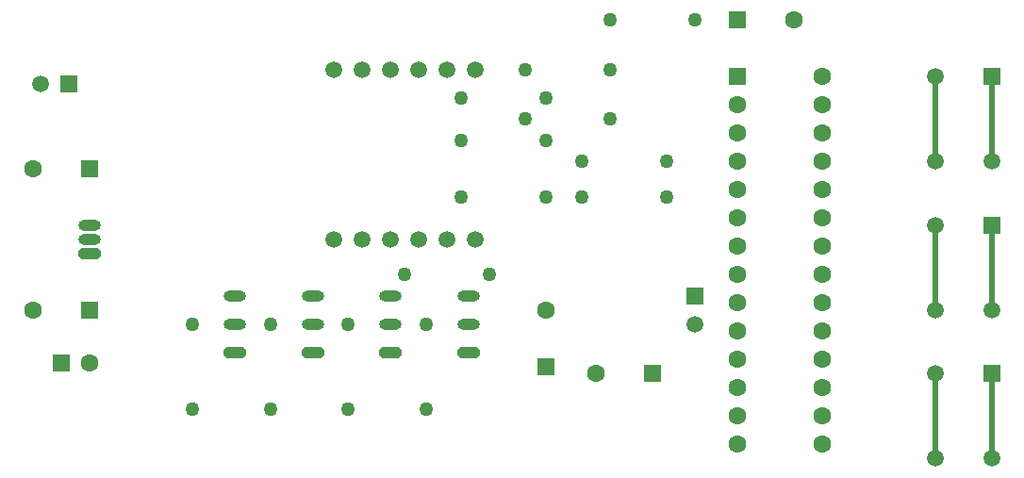
<source format=gbr>
G04 DipTrace 3.3.1.3*
G04 Top.gbr*
%MOIN*%
G04 #@! TF.FileFunction,Copper,L1,Top*
G04 #@! TF.Part,Single*
%AMOUTLINE6*
4,1,8,
-0.029528,0.019685,
-0.03937,0.009843,
-0.03937,-0.009843,
-0.029528,-0.019685,
0.029528,-0.019685,
0.03937,-0.009843,
0.03937,0.009843,
0.029528,0.019685,
-0.029528,0.019685,
0*%
G04 #@! TA.AperFunction,Conductor*
%ADD13C,0.019685*%
G04 #@! TA.AperFunction,ComponentPad*
%ADD17C,0.062992*%
%ADD18R,0.062992X0.062992*%
%ADD19R,0.059055X0.059055*%
%ADD20C,0.059055*%
%ADD21O,0.07874X0.03937*%
%ADD22C,0.05*%
%ADD23C,0.05*%
%ADD54OUTLINE6*%
%FSLAX26Y26*%
G04*
G70*
G90*
G75*
G01*
G04 Top*
%LPD*%
X3943701Y581201D2*
D13*
Y881201D1*
Y1106201D2*
Y1406201D1*
Y1631201D2*
Y1931201D1*
X3743701Y881201D2*
Y581201D1*
Y1406201D2*
Y1106201D1*
Y1631201D2*
Y1931201D1*
D17*
X2368701Y1106201D3*
D18*
Y906201D3*
D17*
X2543701Y881201D3*
D18*
X2743701D3*
D17*
X556201Y1606201D3*
D18*
X756201D3*
D17*
X556201Y1106201D3*
D18*
X756201D3*
X656201Y918701D3*
D17*
X756201D3*
X3243701Y2131201D3*
D18*
X3043701D3*
D19*
X681201Y1906201D3*
D20*
X581201D3*
X1618701Y1356201D3*
X1718701D3*
X1818701D3*
X1918701D3*
X2018701D3*
X1618701Y1956201D3*
X1718701D3*
X1818701D3*
X1918701D3*
X2018701D3*
X2118701Y1356201D3*
Y1956201D3*
D54*
X1818701Y956201D3*
D21*
Y1056201D3*
Y1156201D3*
D54*
X1543701Y956201D3*
D21*
Y1056201D3*
Y1156201D3*
D54*
X1268701Y956201D3*
D21*
Y1056201D3*
Y1156201D3*
D54*
X2093701Y956201D3*
D21*
Y1056201D3*
Y1156201D3*
D19*
X2893701D3*
D20*
Y1056201D3*
D22*
X2293701Y1781201D3*
D23*
X2593701D3*
D22*
X2293701Y1956201D3*
D23*
X2593701D3*
D22*
X2493701Y1631201D3*
D23*
X2793701D3*
D22*
X2493701Y1506201D3*
D23*
X2793701D3*
D22*
X2068701Y1706201D3*
D23*
X2368701D3*
D22*
X2068701Y1856201D3*
D23*
X2368701D3*
D22*
X2068701Y1506201D3*
D23*
X2368701D3*
D22*
X1868701Y1231201D3*
D23*
X2168701D3*
D22*
X1668701Y756201D3*
D23*
Y1056201D3*
D22*
X1393701Y756201D3*
D23*
Y1056201D3*
D22*
X1118701Y756201D3*
D23*
Y1056201D3*
D22*
X1943701Y756201D3*
D23*
Y1056201D3*
D22*
X2893701Y2131201D3*
D23*
X2593701D3*
D19*
X3943701Y881201D3*
D20*
X3743701D3*
Y581201D3*
X3943701D3*
D19*
Y1406201D3*
D20*
X3743701D3*
Y1106201D3*
X3943701D3*
D19*
Y1931201D3*
D20*
X3743701D3*
Y1631201D3*
X3943701D3*
D18*
X3043701Y1931201D3*
D17*
Y1831201D3*
Y1731201D3*
Y1631201D3*
Y1531201D3*
Y1431201D3*
Y1331201D3*
Y1231201D3*
Y1131201D3*
Y1031201D3*
Y931201D3*
Y831201D3*
Y731201D3*
Y631201D3*
X3343701D3*
Y731201D3*
Y831201D3*
Y931201D3*
Y1031201D3*
Y1131201D3*
Y1231201D3*
Y1331201D3*
Y1431201D3*
Y1531201D3*
Y1631201D3*
Y1731201D3*
Y1831201D3*
Y1931201D3*
D54*
X756201Y1306201D3*
D21*
Y1356201D3*
Y1406201D3*
M02*

</source>
